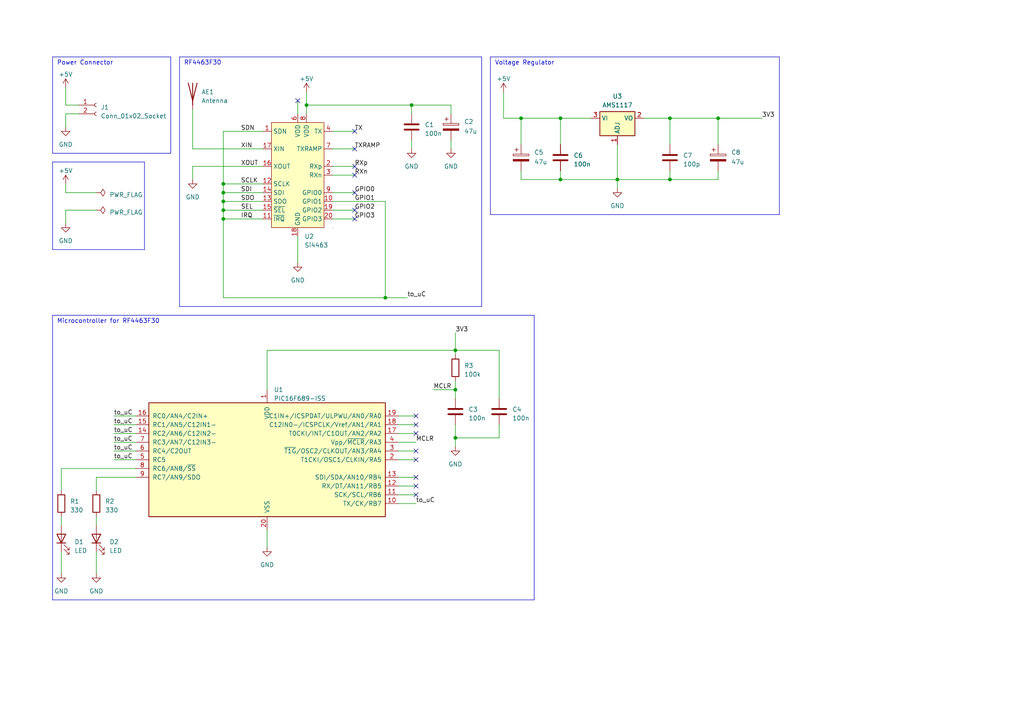
<source format=kicad_sch>
(kicad_sch (version 20230121) (generator eeschema)
  (paper "A4")
  (title_block (title "breakout-board-transmitter") (date "2023-03-03") (rev "v1") (comment 1 "erste Version"))
  (lib_symbols
    (symbol "Connector:Conn_01x02_Socket" (pin_names (offset 1.016) hide)
      (property "Reference" "J" (at 0 2.54 0))
      (property "Value" "Conn_01x02_Socket" (at 0 -5.08 0))
      (symbol "Conn_01x02_Socket_1_1"
        (arc (start 0 -2.032) (mid -0.5058 -2.54) (end 0 -3.048) (stroke (width 0.1524)))
        (polyline (pts (xy -1.27 -2.54) (xy -0.508 -2.54)) (stroke (width 0.1524)))
        (polyline (pts (xy -1.27 0) (xy -0.508 0)) (stroke (width 0.1524)))
        (arc (start 0 0.508) (mid -0.5058 0) (end 0 -0.508) (stroke (width 0.1524)))
        (pin passive line (at -5.08 0 0) (length 3.81) (name "Pin_1") (number "1"))
        (pin passive line (at -5.08 -2.54 0) (length 3.81) (name "Pin_2") (number "2"))
      )
    )
    (symbol "Device:Antenna" (pin_numbers hide) (pin_names (offset 1.016) hide)
      (property "Reference" "AE" (at -1.905 1.905 0))
      (property "Value" "Antenna" (at -1.905 0 0))
      (symbol "Antenna_0_1"
        (polyline (pts (xy 0 2.54) (xy 0 -3.81)) (stroke (width 0.254)))
        (polyline (pts (xy 1.27 2.54) (xy 0 -2.54) (xy -1.27 2.54)) (stroke (width 0.254)))
      )
      (symbol "Antenna_1_1"
        (pin input line (at 0 -5.08 90) (length 2.54) (name "A") (number "1"))
      )
    )
    (symbol "Device:C" (pin_numbers hide) (pin_names (offset 0.254))
      (property "Reference" "C" (at 0.635 2.54 0))
      (property "Value" "C" (at 0.635 -2.54 0))
      (symbol "C_0_1"
        (polyline (pts (xy -2.032 -0.762) (xy 2.032 -0.762)) (stroke (width 0.508)))
        (polyline (pts (xy -2.032 0.762) (xy 2.032 0.762)) (stroke (width 0.508)))
      )
      (symbol "C_1_1"
        (pin passive line (at 0 3.81 270) (length 2.794) (name "~") (number "1"))
        (pin passive line (at 0 -3.81 90) (length 2.794) (name "~") (number "2"))
      )
    )
    (symbol "Device:C_Polarized" (pin_numbers hide) (pin_names (offset 0.254))
      (property "Reference" "C" (at 0.635 2.54 0))
      (property "Value" "C_Polarized" (at 0.635 -2.54 0))
      (symbol "C_Polarized_0_1"
        (rectangle (start -2.286 0.508) (end 2.286 1.016))
        (polyline (pts (xy -1.778 2.286) (xy -0.762 2.286)))
        (polyline (pts (xy -1.27 2.794) (xy -1.27 1.778)))
        (rectangle (start 2.286 -0.508) (end -2.286 -1.016) (fill (type outline)))
      )
      (symbol "C_Polarized_1_1"
        (pin passive line (at 0 3.81 270) (length 2.794) (name "~") (number "1"))
        (pin passive line (at 0 -3.81 90) (length 2.794) (name "~") (number "2"))
      )
    )
    (symbol "Device:LED" (pin_numbers hide) (pin_names (offset 1.016) hide)
      (property "Reference" "D" (at 0 2.54 0))
      (property "Value" "LED" (at 0 -2.54 0))
      (symbol "LED_0_1"
        (polyline (pts (xy -1.27 -1.27) (xy -1.27 1.27)) (stroke (width 0.254)))
        (polyline (pts (xy -1.27 0) (xy 1.27 0)))
        (polyline (pts (xy 1.27 -1.27) (xy 1.27 1.27) (xy -1.27 0) (xy 1.27 -1.27)) (stroke (width 0.254)))
        (polyline (pts (xy -3.048 -0.762) (xy -4.572 -2.286) (xy -3.81 -2.286) (xy -4.572 -2.286) (xy -4.572 -1.524)))
        (polyline (pts (xy -1.778 -0.762) (xy -3.302 -2.286) (xy -2.54 -2.286) (xy -3.302 -2.286) (xy -3.302 -1.524)))
      )
      (symbol "LED_1_1"
        (pin passive line (at -3.81 0 0) (length 2.54) (name "K") (number "1"))
        (pin passive line (at 3.81 0 180) (length 2.54) (name "A") (number "2"))
      )
    )
    (symbol "Device:R" (pin_numbers hide) (pin_names (offset 0))
      (property "Reference" "R" (at 2.032 0 90))
      (property "Value" "R" (at 0 0 90))
      (symbol "R_0_1"
        (rectangle (start -1.016 -2.54) (end 1.016 2.54) (stroke (width 0.254)))
      )
      (symbol "R_1_1"
        (pin passive line (at 0 3.81 270) (length 1.27) (name "~") (number "1"))
        (pin passive line (at 0 -3.81 90) (length 1.27) (name "~") (number "2"))
      )
    )
    (symbol "MCU_Microchip_PIC16:PIC16F689-ISS" (pin_names (offset 1.016))
      (property "Reference" "U" (at 16.51 20.32 0))
      (property "Value" "PIC16F689-ISS" (at 16.51 17.78 0))
      (symbol "PIC16F689-ISS_0_1"
        (rectangle (start -34.29 16.51) (end 34.29 -16.51) (stroke (width 0.254)) (fill (type background)))
      )
      (symbol "PIC16F689-ISS_1_1"
        (pin power_in line (at 0 20.32 270) (length 3.81) (name "VDD") (number "1"))
        (pin bidirectional line (at 38.1 -12.7 180) (length 3.81) (name "TX/CK/RB7") (number "10"))
        (pin bidirectional line (at 38.1 -10.16 180) (length 3.81) (name "SCK/SCL/RB6") (number "11"))
        (pin bidirectional line (at 38.1 -7.62 180) (length 3.81) (name "RX/DT/AN11/RB5") (number "12"))
        (pin bidirectional line (at 38.1 -5.08 180) (length 3.81) (name "SDI/SDA/AN10/RB4") (number "13"))
        (pin bidirectional line (at -38.1 7.62 0) (length 3.81) (name "RC2/AN6/C12IN2-") (number "14"))
        (pin bidirectional line (at -38.1 10.16 0) (length 3.81) (name "RC1/AN5/C12IN1-") (number "15"))
        (pin bidirectional line (at -38.1 12.7 0) (length 3.81) (name "RC0/AN4/C2IN+") (number "16"))
        (pin bidirectional line (at 38.1 7.62 180) (length 3.81) (name "T0CKI/INT/C1OUT/AN2/RA2") (number "17"))
        (pin bidirectional line (at 38.1 10.16 180) (length 3.81) (name "C12IN0-/ICSPCLK/Vref/AN1/RA1") (number "18"))
        (pin bidirectional line (at 38.1 12.7 180) (length 3.81) (name "C1IN+/ICSPDAT/ULPWU/AN0/RA0") (number "19"))
        (pin bidirectional line (at 38.1 0 180) (length 3.81) (name "T1CKI/OSC1/CLKIN/RA5") (number "2"))
        (pin power_in line (at 0 -20.32 90) (length 3.81) (name "VSS") (number "20"))
        (pin bidirectional line (at 38.1 2.54 180) (length 3.81) (name "~{T1G}/OSC2/CLKOUT/AN3/RA4") (number "3"))
        (pin input line (at 38.1 5.08 180) (length 3.81) (name "Vpp/~{MCLR}/RA3") (number "4"))
        (pin bidirectional line (at -38.1 0 0) (length 3.81) (name "RC5") (number "5"))
        (pin bidirectional line (at -38.1 2.54 0) (length 3.81) (name "RC4/C2OUT") (number "6"))
        (pin bidirectional line (at -38.1 5.08 0) (length 3.81) (name "RC3/AN7/C12IN3-") (number "7"))
        (pin bidirectional line (at -38.1 -2.54 0) (length 3.81) (name "RC6/AN8/~{SS}") (number "8"))
        (pin bidirectional line (at -38.1 -5.08 0) (length 3.81) (name "RC7/AN9/SDO") (number "9"))
      )
    )
    (symbol "RF:Si4463"
      (property "Reference" "U" (at -6.35 16.51 0))
      (property "Value" "Si4463" (at 6.35 16.51 0))
      (symbol "Si4463_0_1"
        (rectangle (start -7.62 15.24) (end 7.62 -15.24) (fill (type background)))
        (rectangle (start 10.16 -15.24) (end 10.16 -15.24))
      )
      (symbol "Si4463_1_1"
        (pin input line (at -10.16 12.7 0) (length 2.54) (name "SDN") (number "1"))
        (pin bidirectional line (at 10.16 -7.62 180) (length 2.54) (name "GPIO1") (number "10"))
        (pin open_collector line (at -10.16 -12.7 0) (length 2.54) (name "~{IRQ}") (number "11"))
        (pin input line (at -10.16 -2.54 0) (length 2.54) (name "SCLK") (number "12"))
        (pin output line (at -10.16 -7.62 0) (length 2.54) (name "SDO") (number "13"))
        (pin input line (at -10.16 -5.08 0) (length 2.54) (name "SDI") (number "14"))
        (pin input line (at -10.16 -10.16 0) (length 2.54) (name "~{SEL}") (number "15"))
        (pin passive line (at -10.16 2.54 0) (length 2.54) (name "XOUT") (number "16"))
        (pin input line (at -10.16 7.62 0) (length 2.54) (name "XIN") (number "17"))
        (pin power_in line (at 0 -17.78 90) (length 2.54) (name "GND") (number "18"))
        (pin bidirectional line (at 10.16 -10.16 180) (length 2.54) (name "GPIO2") (number "19"))
        (pin input line (at 10.16 2.54 180) (length 2.54) (name "RXp") (number "2"))
        (pin bidirectional line (at 10.16 -12.7 180) (length 2.54) (name "GPIO3") (number "20"))
        (pin passive line (at 0 -17.78 90) (length 2.54) hide (name "GND") (number "21"))
        (pin input line (at 10.16 0 180) (length 2.54) (name "RXn") (number "3"))
        (pin output line (at 10.16 12.7 180) (length 2.54) (name "TX") (number "4"))
        (pin no_connect line (at 7.62 -15.24 180) (length 2.54) hide (name "NC") (number "5"))
        (pin power_in line (at 0 17.78 270) (length 2.54) (name "VDD") (number "6"))
        (pin output line (at 10.16 7.62 180) (length 2.54) (name "TXRAMP") (number "7"))
        (pin power_in line (at 2.54 17.78 270) (length 2.54) (name "VDD") (number "8"))
        (pin bidirectional line (at 10.16 -5.08 180) (length 2.54) (name "GPIO0") (number "9"))
      )
    )
    (symbol "Regulator_Linear:AMS1117"
      (property "Reference" "U" (at -3.81 3.175 0))
      (property "Value" "AMS1117" (at 0 3.175 0))
      (symbol "AMS1117_0_1"
        (rectangle (start -5.08 -5.08) (end 5.08 1.905) (stroke (width 0.254)) (fill (type background)))
      )
      (symbol "AMS1117_1_1"
        (pin input line (at 0 -7.62 90) (length 2.54) (name "ADJ") (number "1"))
        (pin power_out line (at 7.62 0 180) (length 2.54) (name "VO") (number "2"))
        (pin power_in line (at -7.62 0 0) (length 2.54) (name "VI") (number "3"))
      )
    )
    (symbol "power:+5V" (power) (pin_names (offset 0))
      (property "Value" "+5V" (at 0 3.556 0))
      (symbol "+5V_0_1"
        (polyline (pts (xy -0.762 1.27) (xy 0 2.54)))
        (polyline (pts (xy 0 0) (xy 0 2.54)))
        (polyline (pts (xy 0 2.54) (xy 0.762 1.27)))
      )
      (symbol "+5V_1_1"
        (pin power_in line (at 0 0 90) (length 0) hide (name "+5V") (number "1"))
      )
    )
    (symbol "power:GND" (power) (pin_names (offset 0))
      (property "Value" "GND" (at 0 -3.81 0))
      (symbol "GND_0_1"
        (polyline (pts (xy 0 0) (xy 0 -1.27) (xy 1.27 -1.27) (xy 0 -2.54) (xy -1.27 -1.27) (xy 0 -1.27)))
      )
      (symbol "GND_1_1"
        (pin power_in line (at 0 0 270) (length 0) hide (name "GND") (number "1"))
      )
    )
    (symbol "power:PWR_FLAG" (power) (pin_numbers hide) (pin_names (offset 0) hide)
      (property "Value" "PWR_FLAG" (at 0 3.81 0))
      (symbol "PWR_FLAG_0_0"
        (pin power_out line (at 0 0 90) (length 0) (name "pwr") (number "1"))
      )
      (symbol "PWR_FLAG_0_1"
        (polyline (pts (xy 0 0) (xy 0 1.27) (xy -1.016 1.905) (xy 0 2.54) (xy 1.016 1.905) (xy 0 1.27)))
      )
    )
  )
  (junction (at 194.31 34.29))
  (junction (at 132.08 113.03))
  (junction (at 179.07 52.07))
  (junction (at 162.56 52.07))
  (junction (at 111.76 86.36))
  (junction (at 64.77 58.42))
  (junction (at 151.13 34.29))
  (junction (at 132.08 101.6))
  (junction (at 132.08 127))
  (junction (at 194.31 52.07))
  (junction (at 64.77 63.5))
  (junction (at 88.9 30.48))
  (junction (at 162.56 34.29))
  (junction (at 64.77 53.34))
  (junction (at 208.28 34.29))
  (junction (at 119.38 30.48))
  (junction (at 64.77 60.96))
  (junction (at 64.77 55.88))
  (no_connect (at 102.87 63.5))
  (no_connect (at 120.65 143.51))
  (no_connect (at 120.65 140.97))
  (no_connect (at 102.87 43.18))
  (no_connect (at 86.36 29.21))
  (no_connect (at 102.87 60.96))
  (no_connect (at 120.65 123.19))
  (no_connect (at 102.87 55.88))
  (no_connect (at 120.65 120.65))
  (no_connect (at 120.65 130.81))
  (no_connect (at 120.65 125.73))
  (no_connect (at 102.87 38.1))
  (no_connect (at 102.87 50.8))
  (no_connect (at 120.65 138.43))
  (no_connect (at 120.65 133.35))
  (no_connect (at 102.87 48.26))
  (wire (pts (xy 146.05 26.67) (xy 146.05 34.29)))
  (polyline (pts (xy 154.94 91.44) (xy 154.94 173.99)))
  (wire (pts (xy 88.9 30.48) (xy 119.38 30.48)))
  (polyline (pts (xy 52.07 16.51) (xy 52.07 88.9)))
  (wire (pts (xy 194.31 34.29) (xy 186.69 34.29)))
  (wire (pts (xy 111.76 86.36) (xy 111.76 58.42)))
  (wire (pts (xy 64.77 55.88) (xy 76.2 55.88)))
  (wire (pts (xy 194.31 52.07) (xy 179.07 52.07)))
  (wire (pts (xy 194.31 41.91) (xy 194.31 34.29)))
  (wire (pts (xy 115.57 123.19) (xy 120.65 123.19)))
  (wire (pts (xy 33.02 130.81) (xy 39.37 130.81)))
  (wire (pts (xy 96.52 55.88) (xy 102.87 55.88)))
  (wire (pts (xy 144.78 123.19) (xy 144.78 127)))
  (wire (pts (xy 130.81 33.02) (xy 130.81 30.48)))
  (wire (pts (xy 132.08 113.03) (xy 132.08 115.57)))
  (wire (pts (xy 162.56 34.29) (xy 162.56 41.91)))
  (wire (pts (xy 179.07 41.91) (xy 179.07 52.07)))
  (wire (pts (xy 64.77 63.5) (xy 64.77 60.96)))
  (polyline (pts (xy 139.7 88.9) (xy 52.07 88.9)))
  (wire (pts (xy 151.13 49.53) (xy 151.13 52.07)))
  (wire (pts (xy 77.47 101.6) (xy 132.08 101.6)))
  (wire (pts (xy 179.07 52.07) (xy 179.07 54.61)))
  (wire (pts (xy 208.28 49.53) (xy 208.28 52.07)))
  (wire (pts (xy 64.77 86.36) (xy 111.76 86.36)))
  (wire (pts (xy 33.02 120.65) (xy 39.37 120.65)))
  (wire (pts (xy 27.94 55.88) (xy 19.05 55.88)))
  (wire (pts (xy 64.77 63.5) (xy 64.77 86.36)))
  (polyline (pts (xy 226.06 16.51) (xy 226.06 62.23)))
  (wire (pts (xy 151.13 34.29) (xy 151.13 41.91)))
  (wire (pts (xy 115.57 138.43) (xy 120.65 138.43)))
  (wire (pts (xy 27.94 149.86) (xy 27.94 152.4)))
  (wire (pts (xy 77.47 153.67) (xy 77.47 158.75)))
  (wire (pts (xy 33.02 128.27) (xy 39.37 128.27)))
  (wire (pts (xy 64.77 53.34) (xy 76.2 53.34)))
  (polyline (pts (xy 52.07 16.51) (xy 139.7 16.51)))
  (polyline (pts (xy 15.24 72.39) (xy 15.24 46.99)))
  (wire (pts (xy 115.57 140.97) (xy 120.65 140.97)))
  (wire (pts (xy 17.78 160.02) (xy 17.78 166.37)))
  (polyline (pts (xy 15.24 173.99) (xy 15.24 91.44)))
  (wire (pts (xy 22.86 33.02) (xy 19.05 33.02)))
  (wire (pts (xy 151.13 52.07) (xy 162.56 52.07)))
  (wire (pts (xy 86.36 29.21) (xy 86.36 33.02)))
  (wire (pts (xy 194.31 34.29) (xy 208.28 34.29)))
  (wire (pts (xy 27.94 138.43) (xy 39.37 138.43)))
  (wire (pts (xy 115.57 128.27) (xy 120.65 128.27)))
  (wire (pts (xy 111.76 86.36) (xy 118.11 86.36)))
  (polyline (pts (xy 226.06 62.23) (xy 142.24 62.23)))
  (wire (pts (xy 55.88 52.07) (xy 55.88 48.26)))
  (wire (pts (xy 19.05 55.88) (xy 19.05 53.34)))
  (wire (pts (xy 144.78 127) (xy 132.08 127)))
  (wire (pts (xy 64.77 38.1) (xy 76.2 38.1)))
  (wire (pts (xy 115.57 133.35) (xy 120.65 133.35)))
  (wire (pts (xy 115.57 125.73) (xy 120.65 125.73)))
  (wire (pts (xy 88.9 30.48) (xy 88.9 33.02)))
  (wire (pts (xy 64.77 58.42) (xy 64.77 55.88)))
  (wire (pts (xy 162.56 34.29) (xy 171.45 34.29)))
  (wire (pts (xy 55.88 43.18) (xy 76.2 43.18)))
  (wire (pts (xy 132.08 96.52) (xy 132.08 101.6)))
  (wire (pts (xy 132.08 101.6) (xy 132.08 102.87)))
  (wire (pts (xy 96.52 63.5) (xy 102.87 63.5)))
  (wire (pts (xy 144.78 101.6) (xy 132.08 101.6)))
  (wire (pts (xy 86.36 68.58) (xy 86.36 76.2)))
  (wire (pts (xy 115.57 130.81) (xy 120.65 130.81)))
  (wire (pts (xy 33.02 133.35) (xy 39.37 133.35)))
  (polyline (pts (xy 41.91 46.99) (xy 41.91 72.39)))
  (wire (pts (xy 151.13 34.29) (xy 162.56 34.29)))
  (wire (pts (xy 162.56 52.07) (xy 179.07 52.07)))
  (polyline (pts (xy 15.24 16.51) (xy 49.53 16.51)))
  (polyline (pts (xy 142.24 16.51) (xy 226.06 16.51)))
  (wire (pts (xy 17.78 149.86) (xy 17.78 152.4)))
  (wire (pts (xy 96.52 48.26) (xy 102.87 48.26)))
  (wire (pts (xy 194.31 49.53) (xy 194.31 52.07)))
  (wire (pts (xy 19.05 33.02) (xy 19.05 36.83)))
  (wire (pts (xy 33.02 123.19) (xy 39.37 123.19)))
  (wire (pts (xy 17.78 135.89) (xy 17.78 142.24)))
  (wire (pts (xy 19.05 30.48) (xy 19.05 25.4)))
  (polyline (pts (xy 15.24 91.44) (xy 154.94 91.44)))
  (wire (pts (xy 96.52 50.8) (xy 102.87 50.8)))
  (polyline (pts (xy 49.53 16.51) (xy 49.53 44.45)))
  (wire (pts (xy 146.05 34.29) (xy 151.13 34.29)))
  (wire (pts (xy 22.86 30.48) (xy 19.05 30.48)))
  (wire (pts (xy 119.38 33.02) (xy 119.38 30.48)))
  (wire (pts (xy 64.77 60.96) (xy 76.2 60.96)))
  (polyline (pts (xy 142.24 62.23) (xy 142.24 16.51)))
  (wire (pts (xy 115.57 146.05) (xy 120.65 146.05)))
  (polyline (pts (xy 15.24 46.99) (xy 41.91 46.99)))
  (wire (pts (xy 33.02 125.73) (xy 39.37 125.73)))
  (wire (pts (xy 119.38 30.48) (xy 130.81 30.48)))
  (wire (pts (xy 115.57 120.65) (xy 120.65 120.65)))
  (wire (pts (xy 17.78 135.89) (xy 39.37 135.89)))
  (polyline (pts (xy 41.91 72.39) (xy 15.24 72.39)))
  (wire (pts (xy 96.52 38.1) (xy 102.87 38.1)))
  (polyline (pts (xy 49.53 44.45) (xy 15.24 44.45)))
  (wire (pts (xy 208.28 34.29) (xy 208.28 41.91)))
  (wire (pts (xy 96.52 60.96) (xy 102.87 60.96)))
  (wire (pts (xy 77.47 101.6) (xy 77.47 113.03)))
  (wire (pts (xy 27.94 160.02) (xy 27.94 166.37)))
  (wire (pts (xy 55.88 31.75) (xy 55.88 43.18)))
  (wire (pts (xy 162.56 49.53) (xy 162.56 52.07)))
  (polyline (pts (xy 154.94 173.99) (xy 15.24 173.99)))
  (wire (pts (xy 125.73 113.03) (xy 132.08 113.03)))
  (wire (pts (xy 64.77 55.88) (xy 64.77 53.34)))
  (wire (pts (xy 19.05 60.96) (xy 19.05 64.77)))
  (wire (pts (xy 64.77 58.42) (xy 76.2 58.42)))
  (wire (pts (xy 132.08 127) (xy 132.08 129.54)))
  (polyline (pts (xy 139.7 16.51) (xy 139.7 88.9)))
  (wire (pts (xy 119.38 40.64) (xy 119.38 43.18)))
  (wire (pts (xy 208.28 52.07) (xy 194.31 52.07)))
  (wire (pts (xy 27.94 60.96) (xy 19.05 60.96)))
  (wire (pts (xy 64.77 53.34) (xy 64.77 38.1)))
  (wire (pts (xy 64.77 60.96) (xy 64.77 58.42)))
  (wire (pts (xy 132.08 123.19) (xy 132.08 127)))
  (wire (pts (xy 208.28 34.29) (xy 220.98 34.29)))
  (wire (pts (xy 55.88 48.26) (xy 76.2 48.26)))
  (wire (pts (xy 115.57 143.51) (xy 120.65 143.51)))
  (wire (pts (xy 96.52 43.18) (xy 102.87 43.18)))
  (wire (pts (xy 27.94 138.43) (xy 27.94 142.24)))
  (wire (pts (xy 96.52 58.42) (xy 111.76 58.42)))
  (wire (pts (xy 144.78 115.57) (xy 144.78 101.6)))
  (polyline (pts (xy 15.24 44.45) (xy 15.24 16.51)))
  (wire (pts (xy 88.9 26.67) (xy 88.9 30.48)))
  (wire (pts (xy 64.77 63.5) (xy 76.2 63.5)))
  (wire (pts (xy 132.08 110.49) (xy 132.08 113.03)))
  (wire (pts (xy 130.81 40.64) (xy 130.81 43.18)))
  (text "Power Connector" (at 16.51 19.05 0) (effects (font (size 1.27 1.27)) (justify left bottom)))
  (text "RF4463F30" (at 53.34 19.05 0) (effects (font (size 1.27 1.27)) (justify left bottom)))
  (text "Microcontroller for RF4463F30" (at 16.51 93.98 0) (effects (font (size 1.27 1.27)) (justify left bottom)))
  (text "Voltage Regulator" (at 143.51 19.05 0) (effects (font (size 1.27 1.27)) (justify left bottom)))
  (label "3V3" (at 132.08 96.52 0))
  (label "GPIO2" (at 102.87 60.96 0))
  (label "SEL" (at 69.85 60.96 0))
  (label "SDI" (at 69.85 55.88 0))
  (label "MCLR" (at 125.73 113.03 0))
  (label "GPIO3" (at 102.87 63.5 0))
  (label "to_uC" (at 33.02 130.81 0))
  (label "to_uC" (at 33.02 120.65 0))
  (label "to_uC" (at 33.02 123.19 0))
  (label "to_uC" (at 33.02 125.73 0))
  (label "IRQ" (at 69.85 63.5 0))
  (label "SCLK" (at 69.85 53.34 0))
  (label "TX" (at 102.87 38.1 0))
  (label "XOUT" (at 69.85 48.26 0))
  (label "XIN" (at 69.85 43.18 0))
  (label "3V3" (at 220.98 34.29 0))
  (label "TXRAMP" (at 102.87 43.18 0))
  (label "GPIO0" (at 102.87 55.88 0))
  (label "to_uC" (at 120.65 146.05 0))
  (label "MCLR" (at 120.65 128.27 0))
  (label "RXp" (at 102.87 48.26 0))
  (label "to_uC" (at 33.02 128.27 0))
  (label "RXn" (at 102.87 50.8 0))
  (label "GPIO1" (at 102.87 58.42 0))
  (label "to_uC" (at 118.11 86.36 0))
  (label "to_uC" (at 33.02 133.35 0))
  (label "SDN" (at 69.85 38.1 0))
  (label "SDO" (at 69.85 58.42 0))
  (symbol (lib_id "power:PWR_FLAG") (at 27.94 60.96 270) (unit 1)
    (property "Reference" "#FLG02" (effects hide))
    (property "Value" "PWR_FLAG" (at 31.75 61.595 90) (effects (justify left)))
  )
  (symbol (lib_id "power:GND") (at 17.78 166.37 0) (unit 1)
    (property "Reference" "#PWR01" (effects hide))
    (property "Value" "GND" (at 17.78 171.45 0))
  )
  (symbol (lib_id "RF:Si4463") (at 86.36 50.8 0) (unit 1)
    (property "Reference" "U2" (at 88.3159 68.58 0) (effects (justify left)))
    (property "Value" "Si4463" (at 88.3159 71.12 0) (effects (justify left)))
    (property "Footprint" "Package_DFN_QFN:QFN-20-1EP_4x4mm_P0.5mm_EP2.6x2.6mm_ThermalVias" (effects hide))
    (property "Datasheet" "https://www.silabs.com/documents/public/data-sheets/Si4464-63-61-60.pdf" (effects hide))
  )
  (symbol (lib_id "power:GND") (at 179.07 54.61 0) (unit 1)
    (property "Reference" "#PWR015" (effects hide))
    (property "Value" "GND" (at 179.07 59.69 0))
  )
  (symbol (lib_id "power:+5V") (at 19.05 25.4 0) (unit 1)
    (property "Reference" "#PWR02" (effects hide))
    (property "Value" "+5V" (at 19.05 21.59 0))
  )
  (symbol (lib_id "Device:R") (at 27.94 146.05 0) (unit 1)
    (property "Reference" "R2" (at 30.48 145.415 0) (effects (justify left)))
    (property "Value" "330" (at 30.48 147.955 0) (effects (justify left)))
    (property "Footprint" "Resistor_SMD:R_1206_3216Metric_Pad1.30x1.75mm_HandSolder" (effects hide))
  )
  (symbol (lib_id "Device:Antenna") (at 55.88 26.67 0) (unit 1)
    (property "Reference" "AE1" (at 58.42 26.67 0) (effects (justify left)))
    (property "Value" "Antenna" (at 58.42 29.21 0) (effects (justify left)))
  )
  (symbol (lib_id "Device:R") (at 132.08 106.68 0) (unit 1)
    (property "Reference" "R3" (at 134.62 106.045 0) (effects (justify left)))
    (property "Value" "100k" (at 134.62 108.585 0) (effects (justify left)))
    (property "Footprint" "Resistor_SMD:R_1206_3216Metric_Pad1.30x1.75mm_HandSolder" (effects hide))
  )
  (symbol (lib_id "Regulator_Linear:AMS1117") (at 179.07 34.29 0) (unit 1)
    (property "Reference" "U3" (at 179.07 27.94 0))
    (property "Value" "AMS1117" (at 179.07 30.48 0))
    (property "Footprint" "Package_TO_SOT_SMD:SOT-223-3_TabPin2" (effects hide))
    (property "Datasheet" "http://www.advanced-monolithic.com/pdf/ds1117.pdf" (effects hide))
  )
  (symbol (lib_id "Connector:Conn_01x02_Socket") (at 27.94 30.48 0) (unit 1)
    (property "Reference" "J1" (at 29.21 31.115 0) (effects (justify left)))
    (property "Value" "Conn_01x02_Socket" (at 29.21 33.655 0) (effects (justify left)))
    (property "Footprint" "Connector_PinSocket_2.54mm:PinSocket_1x02_P2.54mm_Vertical" (effects hide))
  )
  (symbol (lib_id "power:PWR_FLAG") (at 27.94 55.88 270) (unit 1)
    (property "Reference" "#FLG01" (effects hide))
    (property "Value" "PWR_FLAG" (at 31.75 56.515 90) (effects (justify left)))
  )
  (symbol (lib_id "power:GND") (at 132.08 129.54 0) (unit 1)
    (property "Reference" "#PWR013" (effects hide))
    (property "Value" "GND" (at 132.08 134.62 0))
  )
  (symbol (lib_id "power:GND") (at 19.05 36.83 0) (unit 1)
    (property "Reference" "#PWR03" (effects hide))
    (property "Value" "GND" (at 19.05 41.91 0))
  )
  (symbol (lib_id "power:+5V") (at 19.05 53.34 0) (unit 1)
    (property "Reference" "#PWR04" (effects hide))
    (property "Value" "+5V" (at 19.05 49.53 0))
  )
  (symbol (lib_id "Device:C") (at 162.56 45.72 0) (unit 1)
    (property "Reference" "C6" (at 166.37 45.085 0) (effects (justify left)))
    (property "Value" "100n" (at 166.37 47.625 0) (effects (justify left)))
    (property "Footprint" "Capacitor_SMD:C_1206_3216Metric_Pad1.33x1.80mm_HandSolder" (effects hide))
  )
  (symbol (lib_id "power:GND") (at 19.05 64.77 0) (unit 1)
    (property "Reference" "#PWR05" (effects hide))
    (property "Value" "GND" (at 19.05 69.85 0))
  )
  (symbol (lib_id "power:GND") (at 27.94 166.37 0) (unit 1)
    (property "Reference" "#PWR06" (effects hide))
    (property "Value" "GND" (at 27.94 171.45 0))
  )
  (symbol (lib_id "Device:C") (at 119.38 36.83 0) (unit 1)
    (property "Reference" "C1" (at 123.19 36.195 0) (effects (justify left)))
    (property "Value" "100n" (at 123.19 38.735 0) (effects (justify left)))
    (property "Footprint" "Capacitor_SMD:C_1206_3216Metric_Pad1.33x1.80mm_HandSolder" (effects hide))
  )
  (symbol (lib_id "power:GND") (at 55.88 52.07 0) (unit 1)
    (property "Reference" "#PWR07" (effects hide))
    (property "Value" "GND" (at 55.88 57.15 0))
  )
  (symbol (lib_id "Device:C") (at 194.31 45.72 0) (unit 1)
    (property "Reference" "C7" (at 198.12 45.085 0) (effects (justify left)))
    (property "Value" "100p" (at 198.12 47.625 0) (effects (justify left)))
    (property "Footprint" "Capacitor_SMD:C_1206_3216Metric_Pad1.33x1.80mm_HandSolder" (effects hide))
  )
  (symbol (lib_id "power:+5V") (at 88.9 26.67 0) (unit 1)
    (property "Reference" "#PWR010" (effects hide))
    (property "Value" "+5V" (at 88.9 22.86 0))
  )
  (symbol (lib_id "power:GND") (at 130.81 43.18 0) (unit 1)
    (property "Reference" "#PWR012" (effects hide))
    (property "Value" "GND" (at 130.81 48.26 0))
  )
  (symbol (lib_id "Device:C_Polarized") (at 208.28 45.72 0) (unit 1)
    (property "Reference" "C8" (at 212.09 44.196 0) (effects (justify left)))
    (property "Value" "47u" (at 212.09 46.99 0) (effects (justify left)))
    (property "Footprint" "Capacitor_SMD:C_1206_3216Metric_Pad1.33x1.80mm_HandSolder" (effects hide))
  )
  (symbol (lib_id "Device:LED") (at 17.78 156.21 90) (unit 1)
    (property "Reference" "D1" (at 21.59 157.1625 90) (effects (justify right)))
    (property "Value" "LED" (at 21.59 159.7025 90) (effects (justify right)))
    (property "Footprint" "Diode_SMD:D_1206_3216Metric_Pad1.42x1.75mm_HandSolder" (effects hide))
  )
  (symbol (lib_id "Device:C_Polarized") (at 130.81 36.83 0) (unit 1)
    (property "Reference" "C2" (at 134.62 35.306 0) (effects (justify left)))
    (property "Value" "47u" (at 134.62 38.1 0) (effects (justify left)))
    (property "Footprint" "Capacitor_SMD:C_1206_3216Metric_Pad1.33x1.80mm_HandSolder" (effects hide))
  )
  (symbol (lib_id "power:GND") (at 77.47 158.75 0) (unit 1)
    (property "Reference" "#PWR08" (effects hide))
    (property "Value" "GND" (at 77.47 163.83 0))
  )
  (symbol (lib_id "Device:C") (at 132.08 119.38 0) (unit 1)
    (property "Reference" "C3" (at 135.89 118.745 0) (effects (justify left)))
    (property "Value" "100n" (at 135.89 121.285 0) (effects (justify left)))
    (property "Footprint" "Capacitor_SMD:C_1206_3216Metric_Pad1.33x1.80mm_HandSolder" (effects hide))
  )
  (symbol (lib_id "Device:R") (at 17.78 146.05 0) (unit 1)
    (property "Reference" "R1" (at 20.32 145.415 0) (effects (justify left)))
    (property "Value" "330" (at 20.32 147.955 0) (effects (justify left)))
    (property "Footprint" "Resistor_SMD:R_1206_3216Metric_Pad1.30x1.75mm_HandSolder" (effects hide))
  )
  (symbol (lib_id "Device:C") (at 144.78 119.38 0) (unit 1)
    (property "Reference" "C4" (at 148.59 118.745 0) (effects (justify left)))
    (property "Value" "100n" (at 148.59 121.285 0) (effects (justify left)))
    (property "Footprint" "Capacitor_SMD:C_1206_3216Metric_Pad1.33x1.80mm_HandSolder" (effects hide))
  )
  (symbol (lib_id "Device:C_Polarized") (at 151.13 45.72 0) (unit 1)
    (property "Reference" "C5" (at 154.94 44.196 0) (effects (justify left)))
    (property "Value" "47u" (at 154.94 46.99 0) (effects (justify left)))
    (property "Footprint" "Capacitor_SMD:C_1206_3216Metric_Pad1.33x1.80mm_HandSolder" (effects hide))
  )
  (symbol (lib_id "Device:LED") (at 27.94 156.21 90) (unit 1)
    (property "Reference" "D2" (at 31.75 157.1625 90) (effects (justify right)))
    (property "Value" "LED" (at 31.75 159.7025 90) (effects (justify right)))
    (property "Footprint" "Diode_SMD:D_1206_3216Metric_Pad1.42x1.75mm_HandSolder" (effects hide))
  )
  (symbol (lib_id "power:+5V") (at 146.05 26.67 0) (unit 1)
    (property "Reference" "#PWR014" (effects hide))
    (property "Value" "+5V" (at 146.05 22.86 0))
  )
  (symbol (lib_id "power:GND") (at 86.36 76.2 0) (unit 1)
    (property "Reference" "#PWR09" (effects hide))
    (property "Value" "GND" (at 86.36 81.28 0))
  )
  (symbol (lib_id "MCU_Microchip_PIC16:PIC16F689-ISS") (at 77.47 133.35 0) (unit 1)
    (property "Reference" "U1" (at 79.4259 113.03 0) (effects (justify left)))
    (property "Value" "PIC16F689-ISS" (at 79.4259 115.57 0) (effects (justify left)))
    (property "Datasheet" "http://ww1.microchip.com/downloads/en/DeviceDoc/41262E.pdf" (effects hide))
  )
  (symbol (lib_id "power:GND") (at 119.38 43.18 0) (unit 1)
    (property "Reference" "#PWR011" (effects hide))
    (property "Value" "GND" (at 119.38 48.26 0))
  )
)
</source>
